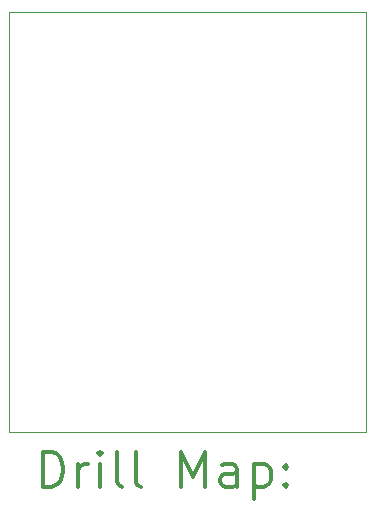
<source format=gbr>
%FSLAX45Y45*%
G04 Gerber Fmt 4.5, Leading zero omitted, Abs format (unit mm)*
G04 Created by KiCad (PCBNEW (5.1.2)-1) date 2019-11-23 21:49:34*
%MOMM*%
%LPD*%
G04 APERTURE LIST*
%ADD10C,0.050000*%
%ADD11C,0.200000*%
%ADD12C,0.300000*%
G04 APERTURE END LIST*
D10*
X6032500Y-11620500D02*
X6032500Y-8064500D01*
X9055100Y-11620500D02*
X6032500Y-11620500D01*
X9055100Y-8064500D02*
X9055100Y-11620500D01*
X6032500Y-8064500D02*
X9055100Y-8064500D01*
D11*
D12*
X6316428Y-12088714D02*
X6316428Y-11788714D01*
X6387857Y-11788714D01*
X6430714Y-11803000D01*
X6459286Y-11831571D01*
X6473571Y-11860143D01*
X6487857Y-11917286D01*
X6487857Y-11960143D01*
X6473571Y-12017286D01*
X6459286Y-12045857D01*
X6430714Y-12074429D01*
X6387857Y-12088714D01*
X6316428Y-12088714D01*
X6616428Y-12088714D02*
X6616428Y-11888714D01*
X6616428Y-11945857D02*
X6630714Y-11917286D01*
X6645000Y-11903000D01*
X6673571Y-11888714D01*
X6702143Y-11888714D01*
X6802143Y-12088714D02*
X6802143Y-11888714D01*
X6802143Y-11788714D02*
X6787857Y-11803000D01*
X6802143Y-11817286D01*
X6816428Y-11803000D01*
X6802143Y-11788714D01*
X6802143Y-11817286D01*
X6987857Y-12088714D02*
X6959286Y-12074429D01*
X6945000Y-12045857D01*
X6945000Y-11788714D01*
X7145000Y-12088714D02*
X7116428Y-12074429D01*
X7102143Y-12045857D01*
X7102143Y-11788714D01*
X7487857Y-12088714D02*
X7487857Y-11788714D01*
X7587857Y-12003000D01*
X7687857Y-11788714D01*
X7687857Y-12088714D01*
X7959286Y-12088714D02*
X7959286Y-11931571D01*
X7945000Y-11903000D01*
X7916428Y-11888714D01*
X7859286Y-11888714D01*
X7830714Y-11903000D01*
X7959286Y-12074429D02*
X7930714Y-12088714D01*
X7859286Y-12088714D01*
X7830714Y-12074429D01*
X7816428Y-12045857D01*
X7816428Y-12017286D01*
X7830714Y-11988714D01*
X7859286Y-11974429D01*
X7930714Y-11974429D01*
X7959286Y-11960143D01*
X8102143Y-11888714D02*
X8102143Y-12188714D01*
X8102143Y-11903000D02*
X8130714Y-11888714D01*
X8187857Y-11888714D01*
X8216428Y-11903000D01*
X8230714Y-11917286D01*
X8245000Y-11945857D01*
X8245000Y-12031571D01*
X8230714Y-12060143D01*
X8216428Y-12074429D01*
X8187857Y-12088714D01*
X8130714Y-12088714D01*
X8102143Y-12074429D01*
X8373571Y-12060143D02*
X8387857Y-12074429D01*
X8373571Y-12088714D01*
X8359286Y-12074429D01*
X8373571Y-12060143D01*
X8373571Y-12088714D01*
X8373571Y-11903000D02*
X8387857Y-11917286D01*
X8373571Y-11931571D01*
X8359286Y-11917286D01*
X8373571Y-11903000D01*
X8373571Y-11931571D01*
M02*

</source>
